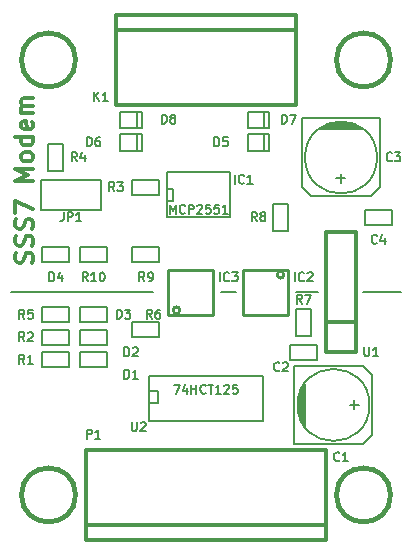
<source format=gto>
G04 (created by PCBNEW (2013-may-18)-stable) date Tue 02 Jun 2015 12:26:30 PM CEST*
%MOIN*%
G04 Gerber Fmt 3.4, Leading zero omitted, Abs format*
%FSLAX34Y34*%
G01*
G70*
G90*
G04 APERTURE LIST*
%ADD10C,0.00590551*%
%ADD11C,0.0147638*%
%ADD12C,0.00787402*%
%ADD13C,0.005*%
%ADD14C,0.006*%
%ADD15C,0.012*%
%ADD16C,0.015*%
%ADD17C,0.008*%
%ADD18C,0.00984252*%
%ADD19C,0.00738189*%
G04 APERTURE END LIST*
G54D10*
G54D11*
X10210Y-19755D02*
X10239Y-19671D01*
X10239Y-19530D01*
X10210Y-19474D01*
X10182Y-19446D01*
X10126Y-19418D01*
X10070Y-19418D01*
X10014Y-19446D01*
X9985Y-19474D01*
X9957Y-19530D01*
X9929Y-19643D01*
X9901Y-19699D01*
X9873Y-19727D01*
X9817Y-19755D01*
X9760Y-19755D01*
X9704Y-19727D01*
X9676Y-19699D01*
X9648Y-19643D01*
X9648Y-19502D01*
X9676Y-19418D01*
X10210Y-19193D02*
X10239Y-19109D01*
X10239Y-18968D01*
X10210Y-18912D01*
X10182Y-18884D01*
X10126Y-18856D01*
X10070Y-18856D01*
X10014Y-18884D01*
X9985Y-18912D01*
X9957Y-18968D01*
X9929Y-19080D01*
X9901Y-19137D01*
X9873Y-19165D01*
X9817Y-19193D01*
X9760Y-19193D01*
X9704Y-19165D01*
X9676Y-19137D01*
X9648Y-19080D01*
X9648Y-18940D01*
X9676Y-18856D01*
X10210Y-18631D02*
X10239Y-18546D01*
X10239Y-18406D01*
X10210Y-18349D01*
X10182Y-18321D01*
X10126Y-18293D01*
X10070Y-18293D01*
X10014Y-18321D01*
X9985Y-18349D01*
X9957Y-18406D01*
X9929Y-18518D01*
X9901Y-18574D01*
X9873Y-18602D01*
X9817Y-18631D01*
X9760Y-18631D01*
X9704Y-18602D01*
X9676Y-18574D01*
X9648Y-18518D01*
X9648Y-18377D01*
X9676Y-18293D01*
X9648Y-18096D02*
X9648Y-17703D01*
X10239Y-17956D01*
X10239Y-17028D02*
X9648Y-17028D01*
X10070Y-16831D01*
X9648Y-16634D01*
X10239Y-16634D01*
X10239Y-16268D02*
X10210Y-16325D01*
X10182Y-16353D01*
X10126Y-16381D01*
X9957Y-16381D01*
X9901Y-16353D01*
X9873Y-16325D01*
X9845Y-16268D01*
X9845Y-16184D01*
X9873Y-16128D01*
X9901Y-16100D01*
X9957Y-16071D01*
X10126Y-16071D01*
X10182Y-16100D01*
X10210Y-16128D01*
X10239Y-16184D01*
X10239Y-16268D01*
X10239Y-15565D02*
X9648Y-15565D01*
X10210Y-15565D02*
X10239Y-15622D01*
X10239Y-15734D01*
X10210Y-15790D01*
X10182Y-15818D01*
X10126Y-15847D01*
X9957Y-15847D01*
X9901Y-15818D01*
X9873Y-15790D01*
X9845Y-15734D01*
X9845Y-15622D01*
X9873Y-15565D01*
X10210Y-15059D02*
X10239Y-15115D01*
X10239Y-15228D01*
X10210Y-15284D01*
X10154Y-15312D01*
X9929Y-15312D01*
X9873Y-15284D01*
X9845Y-15228D01*
X9845Y-15115D01*
X9873Y-15059D01*
X9929Y-15031D01*
X9985Y-15031D01*
X10042Y-15312D01*
X10239Y-14778D02*
X9845Y-14778D01*
X9901Y-14778D02*
X9873Y-14750D01*
X9845Y-14694D01*
X9845Y-14609D01*
X9873Y-14553D01*
X9929Y-14525D01*
X10239Y-14525D01*
X9929Y-14525D02*
X9873Y-14497D01*
X9845Y-14440D01*
X9845Y-14356D01*
X9873Y-14300D01*
X9929Y-14272D01*
X10239Y-14272D01*
G54D12*
X21250Y-20750D02*
X22500Y-20750D01*
X19000Y-20750D02*
X19750Y-20750D01*
X16500Y-20750D02*
X17000Y-20750D01*
X9500Y-20750D02*
X14250Y-20750D01*
G54D13*
X14700Y-18200D02*
X14700Y-18250D01*
X14700Y-18250D02*
X16800Y-18250D01*
X16800Y-16750D02*
X14700Y-16750D01*
X14700Y-16750D02*
X14700Y-18200D01*
X14700Y-17300D02*
X14900Y-17300D01*
X14900Y-17300D02*
X14900Y-17700D01*
X14900Y-17700D02*
X14700Y-17700D01*
X16800Y-16750D02*
X16800Y-18250D01*
X14450Y-17500D02*
X13550Y-17500D01*
X13550Y-17500D02*
X13550Y-17000D01*
X13550Y-17000D02*
X14450Y-17000D01*
X14450Y-17000D02*
X14450Y-17500D01*
X10550Y-22000D02*
X11450Y-22000D01*
X11450Y-22000D02*
X11450Y-22500D01*
X11450Y-22500D02*
X10550Y-22500D01*
X10550Y-22500D02*
X10550Y-22000D01*
X11800Y-22750D02*
X12700Y-22750D01*
X12700Y-22750D02*
X12700Y-23250D01*
X12700Y-23250D02*
X11800Y-23250D01*
X11800Y-23250D02*
X11800Y-22750D01*
X11800Y-22000D02*
X12700Y-22000D01*
X12700Y-22000D02*
X12700Y-22500D01*
X12700Y-22500D02*
X11800Y-22500D01*
X11800Y-22500D02*
X11800Y-22000D01*
X10750Y-16700D02*
X10750Y-15800D01*
X10750Y-15800D02*
X11250Y-15800D01*
X11250Y-15800D02*
X11250Y-16700D01*
X11250Y-16700D02*
X10750Y-16700D01*
X18800Y-22500D02*
X19700Y-22500D01*
X19700Y-22500D02*
X19700Y-23000D01*
X19700Y-23000D02*
X18800Y-23000D01*
X18800Y-23000D02*
X18800Y-22500D01*
X10550Y-21250D02*
X11450Y-21250D01*
X11450Y-21250D02*
X11450Y-21750D01*
X11450Y-21750D02*
X10550Y-21750D01*
X10550Y-21750D02*
X10550Y-21250D01*
X11800Y-21250D02*
X12700Y-21250D01*
X12700Y-21250D02*
X12700Y-21750D01*
X12700Y-21750D02*
X11800Y-21750D01*
X11800Y-21750D02*
X11800Y-21250D01*
G54D14*
X12500Y-17000D02*
X12500Y-18000D01*
X12500Y-18000D02*
X10500Y-18000D01*
X10500Y-18000D02*
X10500Y-17000D01*
X10500Y-17000D02*
X12500Y-17000D01*
G54D13*
X19100Y-24200D02*
X19100Y-24800D01*
X19150Y-24950D02*
X19150Y-24050D01*
X19200Y-23950D02*
X19200Y-25050D01*
X19250Y-25150D02*
X19250Y-23850D01*
X19300Y-23800D02*
X19300Y-25200D01*
X21450Y-24500D02*
G75*
G03X21450Y-24500I-1200J0D01*
G74*
G01*
X18950Y-23200D02*
X18950Y-25800D01*
X18950Y-25800D02*
X21250Y-25800D01*
X21250Y-25800D02*
X21550Y-25500D01*
X21550Y-25500D02*
X21550Y-23500D01*
X21550Y-23500D02*
X21250Y-23200D01*
X21250Y-23200D02*
X18950Y-23200D01*
X21100Y-24500D02*
X20800Y-24500D01*
X20950Y-24350D02*
X20950Y-24650D01*
G54D15*
X12000Y-26000D02*
X12000Y-29000D01*
X20000Y-29000D02*
X20000Y-26000D01*
X20000Y-28500D02*
X12000Y-28500D01*
X12000Y-26000D02*
X20000Y-26000D01*
X12000Y-29000D02*
X20000Y-29000D01*
X19000Y-11500D02*
X19000Y-14500D01*
X13000Y-11500D02*
X13000Y-14500D01*
X19000Y-12000D02*
X13000Y-12000D01*
X19000Y-14500D02*
X13000Y-14500D01*
X19000Y-11500D02*
X13000Y-11500D01*
G54D13*
X10550Y-22750D02*
X11450Y-22750D01*
X11450Y-22750D02*
X11450Y-23250D01*
X11450Y-23250D02*
X10550Y-23250D01*
X10550Y-23250D02*
X10550Y-22750D01*
G54D16*
X22150Y-27500D02*
G75*
G03X22150Y-27500I-900J0D01*
G74*
G01*
X11650Y-27500D02*
G75*
G03X11650Y-27500I-900J0D01*
G74*
G01*
X22150Y-13000D02*
G75*
G03X22150Y-13000I-900J0D01*
G74*
G01*
X11650Y-13000D02*
G75*
G03X11650Y-13000I-900J0D01*
G74*
G01*
G54D13*
X18750Y-17800D02*
X18750Y-18700D01*
X18750Y-18700D02*
X18250Y-18700D01*
X18250Y-18700D02*
X18250Y-17800D01*
X18250Y-17800D02*
X18750Y-17800D01*
X13550Y-19250D02*
X14450Y-19250D01*
X14450Y-19250D02*
X14450Y-19750D01*
X14450Y-19750D02*
X13550Y-19750D01*
X13550Y-19750D02*
X13550Y-19250D01*
X19500Y-21300D02*
X19500Y-22200D01*
X19500Y-22200D02*
X19000Y-22200D01*
X19000Y-22200D02*
X19000Y-21300D01*
X19000Y-21300D02*
X19500Y-21300D01*
X13550Y-21750D02*
X14450Y-21750D01*
X14450Y-21750D02*
X14450Y-22250D01*
X14450Y-22250D02*
X13550Y-22250D01*
X13550Y-22250D02*
X13550Y-21750D01*
X21300Y-18000D02*
X22200Y-18000D01*
X22200Y-18000D02*
X22200Y-18500D01*
X22200Y-18500D02*
X21300Y-18500D01*
X21300Y-18500D02*
X21300Y-18000D01*
X12700Y-19750D02*
X11800Y-19750D01*
X11800Y-19750D02*
X11800Y-19250D01*
X11800Y-19250D02*
X12700Y-19250D01*
X12700Y-19250D02*
X12700Y-19750D01*
X11450Y-19750D02*
X10550Y-19750D01*
X10550Y-19750D02*
X10550Y-19250D01*
X10550Y-19250D02*
X11450Y-19250D01*
X11450Y-19250D02*
X11450Y-19750D01*
G54D15*
X20000Y-22750D02*
X20000Y-22750D01*
X21000Y-22750D02*
X20000Y-22750D01*
X20000Y-22750D02*
X20000Y-22750D01*
X20000Y-22750D02*
X20000Y-18750D01*
X20000Y-18750D02*
X21000Y-18750D01*
X21000Y-18750D02*
X21000Y-22750D01*
X21000Y-21750D02*
X20000Y-21750D01*
G54D13*
X20800Y-15100D02*
X20200Y-15100D01*
X20050Y-15150D02*
X20950Y-15150D01*
X21050Y-15200D02*
X19950Y-15200D01*
X19850Y-15250D02*
X21150Y-15250D01*
X21200Y-15300D02*
X19800Y-15300D01*
X21700Y-16250D02*
G75*
G03X21700Y-16250I-1200J0D01*
G74*
G01*
X21800Y-14950D02*
X19200Y-14950D01*
X19200Y-14950D02*
X19200Y-17250D01*
X19200Y-17250D02*
X19500Y-17550D01*
X19500Y-17550D02*
X21500Y-17550D01*
X21500Y-17550D02*
X21800Y-17250D01*
X21800Y-17250D02*
X21800Y-14950D01*
X20500Y-17100D02*
X20500Y-16800D01*
X20650Y-16950D02*
X20350Y-16950D01*
G54D17*
X14100Y-23550D02*
X17900Y-23550D01*
X17900Y-23550D02*
X17900Y-25050D01*
X17900Y-25050D02*
X14100Y-25050D01*
X14100Y-25050D02*
X14100Y-23550D01*
X14100Y-24050D02*
X14400Y-24050D01*
X14400Y-24050D02*
X14400Y-24450D01*
X14400Y-24450D02*
X14100Y-24450D01*
G54D13*
X17947Y-15474D02*
X17947Y-16026D01*
X18104Y-15474D02*
X17396Y-15474D01*
X17396Y-15474D02*
X17396Y-16026D01*
X17396Y-16026D02*
X18104Y-16026D01*
X18104Y-16026D02*
X18104Y-15474D01*
X17947Y-14724D02*
X17947Y-15276D01*
X18104Y-14724D02*
X17396Y-14724D01*
X17396Y-14724D02*
X17396Y-15276D01*
X17396Y-15276D02*
X18104Y-15276D01*
X18104Y-15276D02*
X18104Y-14724D01*
X13697Y-15474D02*
X13697Y-16026D01*
X13854Y-15474D02*
X13146Y-15474D01*
X13146Y-15474D02*
X13146Y-16026D01*
X13146Y-16026D02*
X13854Y-16026D01*
X13854Y-16026D02*
X13854Y-15474D01*
X13697Y-14724D02*
X13697Y-15276D01*
X13854Y-14724D02*
X13146Y-14724D01*
X13146Y-14724D02*
X13146Y-15276D01*
X13146Y-15276D02*
X13854Y-15276D01*
X13854Y-15276D02*
X13854Y-14724D01*
G54D18*
X14750Y-21500D02*
X14750Y-20000D01*
X14750Y-20000D02*
X16250Y-20000D01*
X16250Y-20000D02*
X16250Y-21500D01*
X16250Y-21500D02*
X14750Y-21500D01*
X15125Y-21340D02*
G75*
G03X15125Y-21340I-111J0D01*
G74*
G01*
X18750Y-20000D02*
X18750Y-21500D01*
X18750Y-21500D02*
X17250Y-21500D01*
X17250Y-21500D02*
X17250Y-20000D01*
X17250Y-20000D02*
X18750Y-20000D01*
X18597Y-20159D02*
G75*
G03X18597Y-20159I-111J0D01*
G74*
G01*
G54D19*
X16961Y-17119D02*
X16961Y-16824D01*
X17271Y-17091D02*
X17257Y-17105D01*
X17214Y-17119D01*
X17186Y-17119D01*
X17144Y-17105D01*
X17116Y-17077D01*
X17102Y-17049D01*
X17088Y-16992D01*
X17088Y-16950D01*
X17102Y-16894D01*
X17116Y-16866D01*
X17144Y-16838D01*
X17186Y-16824D01*
X17214Y-16824D01*
X17257Y-16838D01*
X17271Y-16852D01*
X17552Y-17119D02*
X17383Y-17119D01*
X17467Y-17119D02*
X17467Y-16824D01*
X17439Y-16866D01*
X17411Y-16894D01*
X17383Y-16908D01*
G54D12*
G54D19*
X14793Y-18119D02*
X14793Y-17824D01*
X14892Y-18035D01*
X14990Y-17824D01*
X14990Y-18119D01*
X15300Y-18091D02*
X15285Y-18105D01*
X15243Y-18119D01*
X15215Y-18119D01*
X15173Y-18105D01*
X15145Y-18077D01*
X15131Y-18049D01*
X15117Y-17992D01*
X15117Y-17950D01*
X15131Y-17894D01*
X15145Y-17866D01*
X15173Y-17838D01*
X15215Y-17824D01*
X15243Y-17824D01*
X15285Y-17838D01*
X15300Y-17852D01*
X15426Y-18119D02*
X15426Y-17824D01*
X15539Y-17824D01*
X15567Y-17838D01*
X15581Y-17852D01*
X15595Y-17880D01*
X15595Y-17922D01*
X15581Y-17950D01*
X15567Y-17964D01*
X15539Y-17978D01*
X15426Y-17978D01*
X15707Y-17852D02*
X15721Y-17838D01*
X15750Y-17824D01*
X15820Y-17824D01*
X15848Y-17838D01*
X15862Y-17852D01*
X15876Y-17880D01*
X15876Y-17908D01*
X15862Y-17950D01*
X15693Y-18119D01*
X15876Y-18119D01*
X16143Y-17824D02*
X16003Y-17824D01*
X15989Y-17964D01*
X16003Y-17950D01*
X16031Y-17936D01*
X16101Y-17936D01*
X16129Y-17950D01*
X16143Y-17964D01*
X16157Y-17992D01*
X16157Y-18063D01*
X16143Y-18091D01*
X16129Y-18105D01*
X16101Y-18119D01*
X16031Y-18119D01*
X16003Y-18105D01*
X15989Y-18091D01*
X16424Y-17824D02*
X16284Y-17824D01*
X16270Y-17964D01*
X16284Y-17950D01*
X16312Y-17936D01*
X16382Y-17936D01*
X16410Y-17950D01*
X16424Y-17964D01*
X16438Y-17992D01*
X16438Y-18063D01*
X16424Y-18091D01*
X16410Y-18105D01*
X16382Y-18119D01*
X16312Y-18119D01*
X16284Y-18105D01*
X16270Y-18091D01*
X16720Y-18119D02*
X16551Y-18119D01*
X16635Y-18119D02*
X16635Y-17824D01*
X16607Y-17866D01*
X16579Y-17894D01*
X16551Y-17908D01*
X12950Y-17369D02*
X12852Y-17228D01*
X12782Y-17369D02*
X12782Y-17074D01*
X12894Y-17074D01*
X12922Y-17088D01*
X12936Y-17102D01*
X12950Y-17130D01*
X12950Y-17172D01*
X12936Y-17200D01*
X12922Y-17214D01*
X12894Y-17228D01*
X12782Y-17228D01*
X13049Y-17074D02*
X13232Y-17074D01*
X13133Y-17186D01*
X13175Y-17186D01*
X13203Y-17200D01*
X13217Y-17214D01*
X13232Y-17242D01*
X13232Y-17313D01*
X13217Y-17341D01*
X13203Y-17355D01*
X13175Y-17369D01*
X13091Y-17369D01*
X13063Y-17355D01*
X13049Y-17341D01*
G54D12*
G54D19*
X9950Y-22369D02*
X9852Y-22228D01*
X9782Y-22369D02*
X9782Y-22074D01*
X9894Y-22074D01*
X9922Y-22088D01*
X9936Y-22102D01*
X9950Y-22130D01*
X9950Y-22172D01*
X9936Y-22200D01*
X9922Y-22214D01*
X9894Y-22228D01*
X9782Y-22228D01*
X10063Y-22102D02*
X10077Y-22088D01*
X10105Y-22074D01*
X10175Y-22074D01*
X10203Y-22088D01*
X10217Y-22102D01*
X10232Y-22130D01*
X10232Y-22158D01*
X10217Y-22200D01*
X10049Y-22369D01*
X10232Y-22369D01*
G54D12*
G54D19*
X13282Y-23619D02*
X13282Y-23324D01*
X13352Y-23324D01*
X13394Y-23338D01*
X13422Y-23366D01*
X13436Y-23394D01*
X13450Y-23450D01*
X13450Y-23492D01*
X13436Y-23549D01*
X13422Y-23577D01*
X13394Y-23605D01*
X13352Y-23619D01*
X13282Y-23619D01*
X13732Y-23619D02*
X13563Y-23619D01*
X13647Y-23619D02*
X13647Y-23324D01*
X13619Y-23366D01*
X13591Y-23394D01*
X13563Y-23408D01*
G54D12*
G54D19*
X13282Y-22869D02*
X13282Y-22574D01*
X13352Y-22574D01*
X13394Y-22588D01*
X13422Y-22616D01*
X13436Y-22644D01*
X13450Y-22700D01*
X13450Y-22742D01*
X13436Y-22799D01*
X13422Y-22827D01*
X13394Y-22855D01*
X13352Y-22869D01*
X13282Y-22869D01*
X13563Y-22602D02*
X13577Y-22588D01*
X13605Y-22574D01*
X13675Y-22574D01*
X13703Y-22588D01*
X13717Y-22602D01*
X13732Y-22630D01*
X13732Y-22658D01*
X13717Y-22700D01*
X13549Y-22869D01*
X13732Y-22869D01*
G54D12*
G54D19*
X11700Y-16369D02*
X11602Y-16228D01*
X11532Y-16369D02*
X11532Y-16074D01*
X11644Y-16074D01*
X11672Y-16088D01*
X11686Y-16102D01*
X11700Y-16130D01*
X11700Y-16172D01*
X11686Y-16200D01*
X11672Y-16214D01*
X11644Y-16228D01*
X11532Y-16228D01*
X11953Y-16172D02*
X11953Y-16369D01*
X11883Y-16060D02*
X11813Y-16271D01*
X11996Y-16271D01*
G54D12*
G54D19*
X18450Y-23341D02*
X18436Y-23355D01*
X18394Y-23369D01*
X18366Y-23369D01*
X18324Y-23355D01*
X18296Y-23327D01*
X18282Y-23299D01*
X18267Y-23242D01*
X18267Y-23200D01*
X18282Y-23144D01*
X18296Y-23116D01*
X18324Y-23088D01*
X18366Y-23074D01*
X18394Y-23074D01*
X18436Y-23088D01*
X18450Y-23102D01*
X18563Y-23102D02*
X18577Y-23088D01*
X18605Y-23074D01*
X18675Y-23074D01*
X18703Y-23088D01*
X18717Y-23102D01*
X18732Y-23130D01*
X18732Y-23158D01*
X18717Y-23200D01*
X18549Y-23369D01*
X18732Y-23369D01*
G54D12*
G54D19*
X9950Y-21619D02*
X9852Y-21478D01*
X9782Y-21619D02*
X9782Y-21324D01*
X9894Y-21324D01*
X9922Y-21338D01*
X9936Y-21352D01*
X9950Y-21380D01*
X9950Y-21422D01*
X9936Y-21450D01*
X9922Y-21464D01*
X9894Y-21478D01*
X9782Y-21478D01*
X10217Y-21324D02*
X10077Y-21324D01*
X10063Y-21464D01*
X10077Y-21450D01*
X10105Y-21436D01*
X10175Y-21436D01*
X10203Y-21450D01*
X10217Y-21464D01*
X10232Y-21492D01*
X10232Y-21563D01*
X10217Y-21591D01*
X10203Y-21605D01*
X10175Y-21619D01*
X10105Y-21619D01*
X10077Y-21605D01*
X10063Y-21591D01*
G54D12*
G54D19*
X13032Y-21619D02*
X13032Y-21324D01*
X13102Y-21324D01*
X13144Y-21338D01*
X13172Y-21366D01*
X13186Y-21394D01*
X13200Y-21450D01*
X13200Y-21492D01*
X13186Y-21549D01*
X13172Y-21577D01*
X13144Y-21605D01*
X13102Y-21619D01*
X13032Y-21619D01*
X13299Y-21324D02*
X13482Y-21324D01*
X13383Y-21436D01*
X13425Y-21436D01*
X13453Y-21450D01*
X13467Y-21464D01*
X13482Y-21492D01*
X13482Y-21563D01*
X13467Y-21591D01*
X13453Y-21605D01*
X13425Y-21619D01*
X13341Y-21619D01*
X13313Y-21605D01*
X13299Y-21591D01*
G54D12*
G54D19*
X11253Y-18074D02*
X11253Y-18285D01*
X11239Y-18327D01*
X11211Y-18355D01*
X11169Y-18369D01*
X11141Y-18369D01*
X11394Y-18369D02*
X11394Y-18074D01*
X11507Y-18074D01*
X11535Y-18088D01*
X11549Y-18102D01*
X11563Y-18130D01*
X11563Y-18172D01*
X11549Y-18200D01*
X11535Y-18214D01*
X11507Y-18228D01*
X11394Y-18228D01*
X11844Y-18369D02*
X11675Y-18369D01*
X11760Y-18369D02*
X11760Y-18074D01*
X11732Y-18116D01*
X11703Y-18144D01*
X11675Y-18158D01*
G54D12*
G54D19*
X20450Y-26341D02*
X20436Y-26355D01*
X20394Y-26369D01*
X20366Y-26369D01*
X20324Y-26355D01*
X20296Y-26327D01*
X20282Y-26299D01*
X20267Y-26242D01*
X20267Y-26200D01*
X20282Y-26144D01*
X20296Y-26116D01*
X20324Y-26088D01*
X20366Y-26074D01*
X20394Y-26074D01*
X20436Y-26088D01*
X20450Y-26102D01*
X20732Y-26369D02*
X20563Y-26369D01*
X20647Y-26369D02*
X20647Y-26074D01*
X20619Y-26116D01*
X20591Y-26144D01*
X20563Y-26158D01*
G54D12*
G54D19*
X12032Y-25619D02*
X12032Y-25324D01*
X12144Y-25324D01*
X12172Y-25338D01*
X12186Y-25352D01*
X12200Y-25380D01*
X12200Y-25422D01*
X12186Y-25450D01*
X12172Y-25464D01*
X12144Y-25478D01*
X12032Y-25478D01*
X12482Y-25619D02*
X12313Y-25619D01*
X12397Y-25619D02*
X12397Y-25324D01*
X12369Y-25366D01*
X12341Y-25394D01*
X12313Y-25408D01*
G54D12*
G54D19*
X12282Y-14369D02*
X12282Y-14074D01*
X12450Y-14369D02*
X12324Y-14200D01*
X12450Y-14074D02*
X12282Y-14242D01*
X12732Y-14369D02*
X12563Y-14369D01*
X12647Y-14369D02*
X12647Y-14074D01*
X12619Y-14116D01*
X12591Y-14144D01*
X12563Y-14158D01*
G54D12*
G54D19*
X9950Y-23119D02*
X9852Y-22978D01*
X9782Y-23119D02*
X9782Y-22824D01*
X9894Y-22824D01*
X9922Y-22838D01*
X9936Y-22852D01*
X9950Y-22880D01*
X9950Y-22922D01*
X9936Y-22950D01*
X9922Y-22964D01*
X9894Y-22978D01*
X9782Y-22978D01*
X10232Y-23119D02*
X10063Y-23119D01*
X10147Y-23119D02*
X10147Y-22824D01*
X10119Y-22866D01*
X10091Y-22894D01*
X10063Y-22908D01*
G54D12*
G54D19*
X17700Y-18369D02*
X17602Y-18228D01*
X17532Y-18369D02*
X17532Y-18074D01*
X17644Y-18074D01*
X17672Y-18088D01*
X17686Y-18102D01*
X17700Y-18130D01*
X17700Y-18172D01*
X17686Y-18200D01*
X17672Y-18214D01*
X17644Y-18228D01*
X17532Y-18228D01*
X17869Y-18200D02*
X17841Y-18186D01*
X17827Y-18172D01*
X17813Y-18144D01*
X17813Y-18130D01*
X17827Y-18102D01*
X17841Y-18088D01*
X17869Y-18074D01*
X17925Y-18074D01*
X17953Y-18088D01*
X17967Y-18102D01*
X17982Y-18130D01*
X17982Y-18144D01*
X17967Y-18172D01*
X17953Y-18186D01*
X17925Y-18200D01*
X17869Y-18200D01*
X17841Y-18214D01*
X17827Y-18228D01*
X17813Y-18257D01*
X17813Y-18313D01*
X17827Y-18341D01*
X17841Y-18355D01*
X17869Y-18369D01*
X17925Y-18369D01*
X17953Y-18355D01*
X17967Y-18341D01*
X17982Y-18313D01*
X17982Y-18257D01*
X17967Y-18228D01*
X17953Y-18214D01*
X17925Y-18200D01*
G54D12*
G54D19*
X13950Y-20369D02*
X13852Y-20228D01*
X13782Y-20369D02*
X13782Y-20074D01*
X13894Y-20074D01*
X13922Y-20088D01*
X13936Y-20102D01*
X13950Y-20130D01*
X13950Y-20172D01*
X13936Y-20200D01*
X13922Y-20214D01*
X13894Y-20228D01*
X13782Y-20228D01*
X14091Y-20369D02*
X14147Y-20369D01*
X14175Y-20355D01*
X14189Y-20341D01*
X14217Y-20299D01*
X14232Y-20242D01*
X14232Y-20130D01*
X14217Y-20102D01*
X14203Y-20088D01*
X14175Y-20074D01*
X14119Y-20074D01*
X14091Y-20088D01*
X14077Y-20102D01*
X14063Y-20130D01*
X14063Y-20200D01*
X14077Y-20228D01*
X14091Y-20242D01*
X14119Y-20257D01*
X14175Y-20257D01*
X14203Y-20242D01*
X14217Y-20228D01*
X14232Y-20200D01*
G54D12*
G54D19*
X19200Y-21119D02*
X19102Y-20978D01*
X19032Y-21119D02*
X19032Y-20824D01*
X19144Y-20824D01*
X19172Y-20838D01*
X19186Y-20852D01*
X19200Y-20880D01*
X19200Y-20922D01*
X19186Y-20950D01*
X19172Y-20964D01*
X19144Y-20978D01*
X19032Y-20978D01*
X19299Y-20824D02*
X19496Y-20824D01*
X19369Y-21119D01*
G54D12*
G54D19*
X14200Y-21619D02*
X14102Y-21478D01*
X14032Y-21619D02*
X14032Y-21324D01*
X14144Y-21324D01*
X14172Y-21338D01*
X14186Y-21352D01*
X14200Y-21380D01*
X14200Y-21422D01*
X14186Y-21450D01*
X14172Y-21464D01*
X14144Y-21478D01*
X14032Y-21478D01*
X14453Y-21324D02*
X14397Y-21324D01*
X14369Y-21338D01*
X14355Y-21352D01*
X14327Y-21394D01*
X14313Y-21450D01*
X14313Y-21563D01*
X14327Y-21591D01*
X14341Y-21605D01*
X14369Y-21619D01*
X14425Y-21619D01*
X14453Y-21605D01*
X14467Y-21591D01*
X14482Y-21563D01*
X14482Y-21492D01*
X14467Y-21464D01*
X14453Y-21450D01*
X14425Y-21436D01*
X14369Y-21436D01*
X14341Y-21450D01*
X14327Y-21464D01*
X14313Y-21492D01*
G54D12*
G54D19*
X21700Y-19091D02*
X21686Y-19105D01*
X21644Y-19119D01*
X21616Y-19119D01*
X21574Y-19105D01*
X21546Y-19077D01*
X21532Y-19049D01*
X21517Y-18992D01*
X21517Y-18950D01*
X21532Y-18894D01*
X21546Y-18866D01*
X21574Y-18838D01*
X21616Y-18824D01*
X21644Y-18824D01*
X21686Y-18838D01*
X21700Y-18852D01*
X21953Y-18922D02*
X21953Y-19119D01*
X21883Y-18810D02*
X21813Y-19021D01*
X21996Y-19021D01*
G54D12*
G54D19*
X12060Y-20369D02*
X11961Y-20228D01*
X11891Y-20369D02*
X11891Y-20074D01*
X12003Y-20074D01*
X12032Y-20088D01*
X12046Y-20102D01*
X12060Y-20130D01*
X12060Y-20172D01*
X12046Y-20200D01*
X12032Y-20214D01*
X12003Y-20228D01*
X11891Y-20228D01*
X12341Y-20369D02*
X12172Y-20369D01*
X12257Y-20369D02*
X12257Y-20074D01*
X12228Y-20116D01*
X12200Y-20144D01*
X12172Y-20158D01*
X12524Y-20074D02*
X12552Y-20074D01*
X12580Y-20088D01*
X12594Y-20102D01*
X12608Y-20130D01*
X12622Y-20186D01*
X12622Y-20257D01*
X12608Y-20313D01*
X12594Y-20341D01*
X12580Y-20355D01*
X12552Y-20369D01*
X12524Y-20369D01*
X12496Y-20355D01*
X12482Y-20341D01*
X12467Y-20313D01*
X12453Y-20257D01*
X12453Y-20186D01*
X12467Y-20130D01*
X12482Y-20102D01*
X12496Y-20088D01*
X12524Y-20074D01*
G54D12*
G54D19*
X10782Y-20369D02*
X10782Y-20074D01*
X10852Y-20074D01*
X10894Y-20088D01*
X10922Y-20116D01*
X10936Y-20144D01*
X10950Y-20200D01*
X10950Y-20242D01*
X10936Y-20299D01*
X10922Y-20327D01*
X10894Y-20355D01*
X10852Y-20369D01*
X10782Y-20369D01*
X11203Y-20172D02*
X11203Y-20369D01*
X11133Y-20060D02*
X11063Y-20271D01*
X11246Y-20271D01*
G54D12*
G54D19*
X21275Y-22574D02*
X21275Y-22813D01*
X21289Y-22841D01*
X21303Y-22855D01*
X21331Y-22869D01*
X21387Y-22869D01*
X21415Y-22855D01*
X21429Y-22841D01*
X21443Y-22813D01*
X21443Y-22574D01*
X21739Y-22869D02*
X21570Y-22869D01*
X21654Y-22869D02*
X21654Y-22574D01*
X21626Y-22616D01*
X21598Y-22644D01*
X21570Y-22658D01*
G54D12*
G54D19*
X22200Y-16341D02*
X22186Y-16355D01*
X22144Y-16369D01*
X22116Y-16369D01*
X22074Y-16355D01*
X22046Y-16327D01*
X22032Y-16299D01*
X22017Y-16242D01*
X22017Y-16200D01*
X22032Y-16144D01*
X22046Y-16116D01*
X22074Y-16088D01*
X22116Y-16074D01*
X22144Y-16074D01*
X22186Y-16088D01*
X22200Y-16102D01*
X22299Y-16074D02*
X22482Y-16074D01*
X22383Y-16186D01*
X22425Y-16186D01*
X22453Y-16200D01*
X22467Y-16214D01*
X22482Y-16242D01*
X22482Y-16313D01*
X22467Y-16341D01*
X22453Y-16355D01*
X22425Y-16369D01*
X22341Y-16369D01*
X22313Y-16355D01*
X22299Y-16341D01*
G54D12*
G54D19*
X13525Y-25074D02*
X13525Y-25313D01*
X13539Y-25341D01*
X13553Y-25355D01*
X13581Y-25369D01*
X13637Y-25369D01*
X13665Y-25355D01*
X13679Y-25341D01*
X13693Y-25313D01*
X13693Y-25074D01*
X13820Y-25102D02*
X13834Y-25088D01*
X13862Y-25074D01*
X13932Y-25074D01*
X13960Y-25088D01*
X13974Y-25102D01*
X13989Y-25130D01*
X13989Y-25158D01*
X13974Y-25200D01*
X13806Y-25369D01*
X13989Y-25369D01*
G54D12*
G54D19*
X14924Y-23824D02*
X15121Y-23824D01*
X14994Y-24119D01*
X15360Y-23922D02*
X15360Y-24119D01*
X15289Y-23810D02*
X15219Y-24021D01*
X15402Y-24021D01*
X15514Y-24119D02*
X15514Y-23824D01*
X15514Y-23964D02*
X15683Y-23964D01*
X15683Y-24119D02*
X15683Y-23824D01*
X15992Y-24091D02*
X15978Y-24105D01*
X15936Y-24119D01*
X15908Y-24119D01*
X15866Y-24105D01*
X15838Y-24077D01*
X15824Y-24049D01*
X15810Y-23992D01*
X15810Y-23950D01*
X15824Y-23894D01*
X15838Y-23866D01*
X15866Y-23838D01*
X15908Y-23824D01*
X15936Y-23824D01*
X15978Y-23838D01*
X15992Y-23852D01*
X16077Y-23824D02*
X16246Y-23824D01*
X16161Y-24119D02*
X16161Y-23824D01*
X16499Y-24119D02*
X16330Y-24119D01*
X16414Y-24119D02*
X16414Y-23824D01*
X16386Y-23866D01*
X16358Y-23894D01*
X16330Y-23908D01*
X16611Y-23852D02*
X16625Y-23838D01*
X16653Y-23824D01*
X16724Y-23824D01*
X16752Y-23838D01*
X16766Y-23852D01*
X16780Y-23880D01*
X16780Y-23908D01*
X16766Y-23950D01*
X16597Y-24119D01*
X16780Y-24119D01*
X17047Y-23824D02*
X16906Y-23824D01*
X16892Y-23964D01*
X16906Y-23950D01*
X16935Y-23936D01*
X17005Y-23936D01*
X17033Y-23950D01*
X17047Y-23964D01*
X17061Y-23992D01*
X17061Y-24063D01*
X17047Y-24091D01*
X17033Y-24105D01*
X17005Y-24119D01*
X16935Y-24119D01*
X16906Y-24105D01*
X16892Y-24091D01*
G54D12*
G54D19*
X16282Y-15869D02*
X16282Y-15574D01*
X16352Y-15574D01*
X16394Y-15588D01*
X16422Y-15616D01*
X16436Y-15644D01*
X16450Y-15700D01*
X16450Y-15742D01*
X16436Y-15799D01*
X16422Y-15827D01*
X16394Y-15855D01*
X16352Y-15869D01*
X16282Y-15869D01*
X16717Y-15574D02*
X16577Y-15574D01*
X16563Y-15714D01*
X16577Y-15700D01*
X16605Y-15686D01*
X16675Y-15686D01*
X16703Y-15700D01*
X16717Y-15714D01*
X16732Y-15742D01*
X16732Y-15813D01*
X16717Y-15841D01*
X16703Y-15855D01*
X16675Y-15869D01*
X16605Y-15869D01*
X16577Y-15855D01*
X16563Y-15841D01*
G54D12*
G54D19*
X18532Y-15119D02*
X18532Y-14824D01*
X18602Y-14824D01*
X18644Y-14838D01*
X18672Y-14866D01*
X18686Y-14894D01*
X18700Y-14950D01*
X18700Y-14992D01*
X18686Y-15049D01*
X18672Y-15077D01*
X18644Y-15105D01*
X18602Y-15119D01*
X18532Y-15119D01*
X18799Y-14824D02*
X18996Y-14824D01*
X18869Y-15119D01*
G54D12*
G54D19*
X12032Y-15869D02*
X12032Y-15574D01*
X12102Y-15574D01*
X12144Y-15588D01*
X12172Y-15616D01*
X12186Y-15644D01*
X12200Y-15700D01*
X12200Y-15742D01*
X12186Y-15799D01*
X12172Y-15827D01*
X12144Y-15855D01*
X12102Y-15869D01*
X12032Y-15869D01*
X12453Y-15574D02*
X12397Y-15574D01*
X12369Y-15588D01*
X12355Y-15602D01*
X12327Y-15644D01*
X12313Y-15700D01*
X12313Y-15813D01*
X12327Y-15841D01*
X12341Y-15855D01*
X12369Y-15869D01*
X12425Y-15869D01*
X12453Y-15855D01*
X12467Y-15841D01*
X12482Y-15813D01*
X12482Y-15742D01*
X12467Y-15714D01*
X12453Y-15700D01*
X12425Y-15686D01*
X12369Y-15686D01*
X12341Y-15700D01*
X12327Y-15714D01*
X12313Y-15742D01*
G54D12*
G54D19*
X14532Y-15119D02*
X14532Y-14824D01*
X14602Y-14824D01*
X14644Y-14838D01*
X14672Y-14866D01*
X14686Y-14894D01*
X14700Y-14950D01*
X14700Y-14992D01*
X14686Y-15049D01*
X14672Y-15077D01*
X14644Y-15105D01*
X14602Y-15119D01*
X14532Y-15119D01*
X14869Y-14950D02*
X14841Y-14936D01*
X14827Y-14922D01*
X14813Y-14894D01*
X14813Y-14880D01*
X14827Y-14852D01*
X14841Y-14838D01*
X14869Y-14824D01*
X14925Y-14824D01*
X14953Y-14838D01*
X14967Y-14852D01*
X14982Y-14880D01*
X14982Y-14894D01*
X14967Y-14922D01*
X14953Y-14936D01*
X14925Y-14950D01*
X14869Y-14950D01*
X14841Y-14964D01*
X14827Y-14978D01*
X14813Y-15007D01*
X14813Y-15063D01*
X14827Y-15091D01*
X14841Y-15105D01*
X14869Y-15119D01*
X14925Y-15119D01*
X14953Y-15105D01*
X14967Y-15091D01*
X14982Y-15063D01*
X14982Y-15007D01*
X14967Y-14978D01*
X14953Y-14964D01*
X14925Y-14950D01*
G54D12*
G54D19*
X16461Y-20369D02*
X16461Y-20074D01*
X16771Y-20341D02*
X16757Y-20355D01*
X16714Y-20369D01*
X16686Y-20369D01*
X16644Y-20355D01*
X16616Y-20327D01*
X16602Y-20299D01*
X16588Y-20242D01*
X16588Y-20200D01*
X16602Y-20144D01*
X16616Y-20116D01*
X16644Y-20088D01*
X16686Y-20074D01*
X16714Y-20074D01*
X16757Y-20088D01*
X16771Y-20102D01*
X16869Y-20074D02*
X17052Y-20074D01*
X16953Y-20186D01*
X16996Y-20186D01*
X17024Y-20200D01*
X17038Y-20214D01*
X17052Y-20242D01*
X17052Y-20313D01*
X17038Y-20341D01*
X17024Y-20355D01*
X16996Y-20369D01*
X16911Y-20369D01*
X16883Y-20355D01*
X16869Y-20341D01*
G54D12*
G54D19*
X18961Y-20369D02*
X18961Y-20074D01*
X19271Y-20341D02*
X19257Y-20355D01*
X19214Y-20369D01*
X19186Y-20369D01*
X19144Y-20355D01*
X19116Y-20327D01*
X19102Y-20299D01*
X19088Y-20242D01*
X19088Y-20200D01*
X19102Y-20144D01*
X19116Y-20116D01*
X19144Y-20088D01*
X19186Y-20074D01*
X19214Y-20074D01*
X19257Y-20088D01*
X19271Y-20102D01*
X19383Y-20102D02*
X19397Y-20088D01*
X19425Y-20074D01*
X19496Y-20074D01*
X19524Y-20088D01*
X19538Y-20102D01*
X19552Y-20130D01*
X19552Y-20158D01*
X19538Y-20200D01*
X19369Y-20369D01*
X19552Y-20369D01*
G54D12*
M02*

</source>
